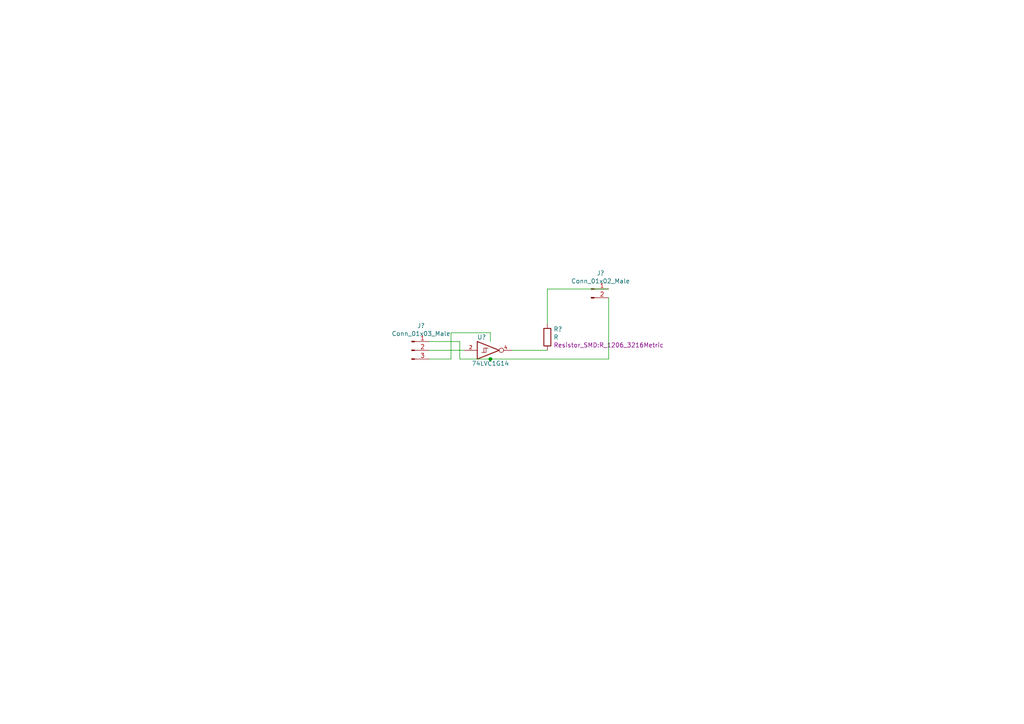
<source format=kicad_sch>
(kicad_sch (version 20211123) (generator eeschema)
  (paper "A4")
  (lib_symbols
    (symbol "74xGxx:74LVC1G14" (pin_names (offset 1.016))
      (property "Reference" "U" (at -2.54 3.81 0))
      (property "Value" "74LVC1G14" (at 0 -3.81 0))
      (symbol "74LVC1G14_0_1"
        (polyline (pts (xy -1.905 -0.635) (xy -1.27 -0.635) (xy -1.27 0.635)))
        (polyline (pts (xy -3.81 2.54) (xy -3.81 -2.54) (xy 2.54 0) (xy -3.81 2.54)) (stroke (width 0.254)))
        (polyline (pts (xy -2.54 -0.635) (xy -1.905 -0.635) (xy -1.905 0.635) (xy -0.635 0.635)))
      )
      (symbol "74LVC1G14_1_1"
        (pin input line (at -7.62 0 0) (length 3.81) (name "~") (number "2"))
        (pin power_in line (at 0 -2.54 270) (length 0) hide (name "GND") (number "3"))
        (pin output inverted (at 6.35 0 180) (length 3.81) (name "~") (number "4"))
        (pin power_in line (at 0 2.54 90) (length 0) hide (name "VCC") (number "5"))
      )
    )
    (symbol "Connector:Conn_01x02_Male" (pin_names (offset 1.016) hide)
      (property "Reference" "J" (at 0 2.54 0))
      (property "Value" "Conn_01x02_Male" (at 0 -5.08 0))
      (symbol "Conn_01x02_Male_1_1"
        (polyline (pts (xy 1.27 -2.54) (xy 0.8636 -2.54)) (stroke (width 0.1524)))
        (polyline (pts (xy 1.27 0) (xy 0.8636 0)) (stroke (width 0.1524)))
        (rectangle (start 0.8636 -2.413) (end 0 -2.667) (stroke (width 0.1524)) (fill (type outline)))
        (rectangle (start 0.8636 0.127) (end 0 -0.127) (stroke (width 0.1524)) (fill (type outline)))
        (pin passive line (at 5.08 0 180) (length 3.81) (name "Pin_1") (number "1"))
        (pin passive line (at 5.08 -2.54 180) (length 3.81) (name "Pin_2") (number "2"))
      )
    )
    (symbol "Connector:Conn_01x03_Male" (pin_names (offset 1.016) hide)
      (property "Reference" "J" (at 0 5.08 0))
      (property "Value" "Conn_01x03_Male" (at 0 -5.08 0))
      (symbol "Conn_01x03_Male_1_1"
        (polyline (pts (xy 1.27 -2.54) (xy 0.8636 -2.54)) (stroke (width 0.1524)))
        (polyline (pts (xy 1.27 0) (xy 0.8636 0)) (stroke (width 0.1524)))
        (polyline (pts (xy 1.27 2.54) (xy 0.8636 2.54)) (stroke (width 0.1524)))
        (rectangle (start 0.8636 -2.413) (end 0 -2.667) (stroke (width 0.1524)) (fill (type outline)))
        (rectangle (start 0.8636 0.127) (end 0 -0.127) (stroke (width 0.1524)) (fill (type outline)))
        (rectangle (start 0.8636 2.667) (end 0 2.413) (stroke (width 0.1524)) (fill (type outline)))
        (pin passive line (at 5.08 2.54 180) (length 3.81) (name "Pin_1") (number "1"))
        (pin passive line (at 5.08 0 180) (length 3.81) (name "Pin_2") (number "2"))
        (pin passive line (at 5.08 -2.54 180) (length 3.81) (name "Pin_3") (number "3"))
      )
    )
    (symbol "Device:R" (pin_numbers hide) (pin_names (offset 0))
      (property "Reference" "R" (at 2.032 0 90))
      (property "Value" "R" (at 0 0 90))
      (symbol "R_0_1"
        (rectangle (start -1.016 -2.54) (end 1.016 2.54) (stroke (width 0.254)))
      )
      (symbol "R_1_1"
        (pin passive line (at 0 3.81 270) (length 1.27) (name "~") (number "1"))
        (pin passive line (at 0 -3.81 90) (length 1.27) (name "~") (number "2"))
      )
    )
  )
  (junction (at 142.24 104.14))
  (wire (pts (xy 142.24 104.14) (xy 176.53 104.14)))
  (wire (pts (xy 124.46 101.6) (xy 134.62 101.6)))
  (wire (pts (xy 130.81 104.14) (xy 130.81 96.52)))
  (wire (pts (xy 176.53 104.14) (xy 176.53 86.36)))
  (wire (pts (xy 124.46 99.06) (xy 133.35 99.06)))
  (wire (pts (xy 142.24 96.52) (xy 142.24 99.06)))
  (wire (pts (xy 158.75 83.82) (xy 176.53 83.82)))
  (wire (pts (xy 148.59 101.6) (xy 158.75 101.6)))
  (wire (pts (xy 124.46 104.14) (xy 130.81 104.14)))
  (wire (pts (xy 130.81 96.52) (xy 142.24 96.52)))
  (wire (pts (xy 133.35 104.14) (xy 142.24 104.14)))
  (wire (pts (xy 158.75 93.98) (xy 158.75 83.82)))
  (wire (pts (xy 133.35 99.06) (xy 133.35 104.14)))
  (symbol (lib_id "74xGxx:74LVC1G14") (at 142.24 101.6 0) (unit 1)
    (property "Reference" "U?" (at 139.7 97.79 0))
    (property "Value" "74LVC1G14" (at 142.24 105.41 0))
    (property "Footprint" "Package_TO_SOT_SMD:TSOT-23-5_HandSoldering" (effects hide))
    (property "Datasheet" "http://www.ti.com/lit/sg/scyt129e/scyt129e.pdf" (effects hide))
  )
  (symbol (lib_id "Device:R") (at 158.75 97.79 0) (unit 1)
    (property "Reference" "R?" (at 160.528 95.4786 0) (effects (justify left)))
    (property "Value" "R" (at 160.528 97.79 0) (effects (justify left)))
    (property "Footprint" "Resistor_SMD:R_1206_3216Metric" (at 160.528 100.1014 0) (effects (justify left)))
  )
  (symbol (lib_id "Connector:Conn_01x03_Male") (at 119.38 101.6 0) (unit 1)
    (property "Reference" "J?" (at 122.1232 94.4626 0))
    (property "Value" "Conn_01x03_Male" (at 122.1232 96.774 0))
    (property "Footprint" "Connector_PinHeader_2.54mm:PinHeader_1x03_P2.54mm_Horizontal" (effects hide))
  )
  (symbol (lib_id "Connector:Conn_01x02_Male") (at 171.45 83.82 0) (unit 1)
    (property "Reference" "J?" (at 174.1932 79.2226 0))
    (property "Value" "Conn_01x02_Male" (at 174.1932 81.534 0))
    (property "Footprint" "Connector_PinHeader_2.54mm:PinHeader_1x02_P2.54mm_Horizontal" (effects hide))
  )
)
</source>
